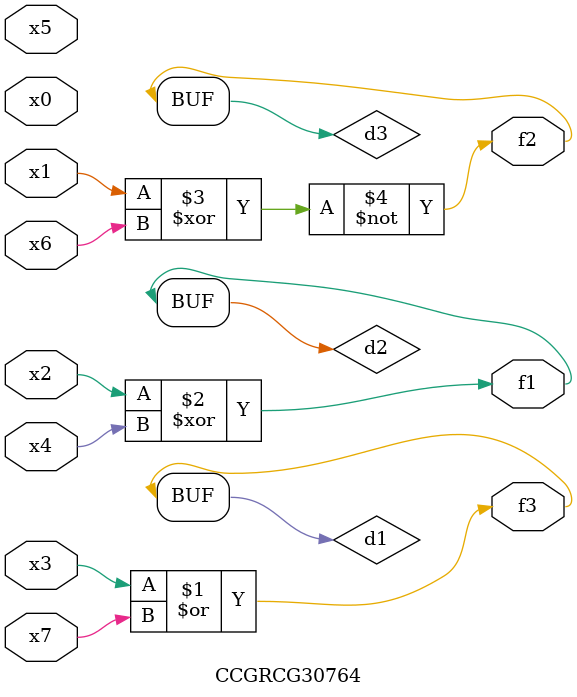
<source format=v>
module CCGRCG30764(
	input x0, x1, x2, x3, x4, x5, x6, x7,
	output f1, f2, f3
);

	wire d1, d2, d3;

	or (d1, x3, x7);
	xor (d2, x2, x4);
	xnor (d3, x1, x6);
	assign f1 = d2;
	assign f2 = d3;
	assign f3 = d1;
endmodule

</source>
